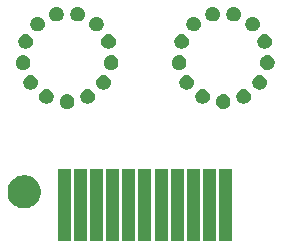
<source format=gbr>
G04 #@! TF.GenerationSoftware,KiCad,Pcbnew,(5.1.5)-3*
G04 #@! TF.CreationDate,2021-12-20T00:35:23-08:00*
G04 #@! TF.ProjectId,tube_holder,74756265-5f68-46f6-9c64-65722e6b6963,rev?*
G04 #@! TF.SameCoordinates,Original*
G04 #@! TF.FileFunction,Soldermask,Top*
G04 #@! TF.FilePolarity,Negative*
%FSLAX46Y46*%
G04 Gerber Fmt 4.6, Leading zero omitted, Abs format (unit mm)*
G04 Created by KiCad (PCBNEW (5.1.5)-3) date 2021-12-20 00:35:23*
%MOMM*%
%LPD*%
G04 APERTURE LIST*
%ADD10C,0.150000*%
G04 APERTURE END LIST*
D10*
G36*
X199797800Y-65193120D02*
G01*
X198695800Y-65193120D01*
X198695800Y-59091120D01*
X199797800Y-59091120D01*
X199797800Y-65193120D01*
G37*
G36*
X198427800Y-65193120D02*
G01*
X197325800Y-65193120D01*
X197325800Y-59091120D01*
X198427800Y-59091120D01*
X198427800Y-65193120D01*
G37*
G36*
X201167800Y-65193120D02*
G01*
X200065800Y-65193120D01*
X200065800Y-59091120D01*
X201167800Y-59091120D01*
X201167800Y-65193120D01*
G37*
G36*
X202537800Y-65193120D02*
G01*
X201435800Y-65193120D01*
X201435800Y-59091120D01*
X202537800Y-59091120D01*
X202537800Y-65193120D01*
G37*
G36*
X212127800Y-65193120D02*
G01*
X211025800Y-65193120D01*
X211025800Y-59091120D01*
X212127800Y-59091120D01*
X212127800Y-65193120D01*
G37*
G36*
X210757800Y-65193120D02*
G01*
X209655800Y-65193120D01*
X209655800Y-59091120D01*
X210757800Y-59091120D01*
X210757800Y-65193120D01*
G37*
G36*
X209387800Y-65193120D02*
G01*
X208285800Y-65193120D01*
X208285800Y-59091120D01*
X209387800Y-59091120D01*
X209387800Y-65193120D01*
G37*
G36*
X208017800Y-65193120D02*
G01*
X206915800Y-65193120D01*
X206915800Y-59091120D01*
X208017800Y-59091120D01*
X208017800Y-65193120D01*
G37*
G36*
X206647800Y-65193120D02*
G01*
X205545800Y-65193120D01*
X205545800Y-59091120D01*
X206647800Y-59091120D01*
X206647800Y-65193120D01*
G37*
G36*
X205277800Y-65193120D02*
G01*
X204175800Y-65193120D01*
X204175800Y-59091120D01*
X205277800Y-59091120D01*
X205277800Y-65193120D01*
G37*
G36*
X203907800Y-65193120D02*
G01*
X202805800Y-65193120D01*
X202805800Y-59091120D01*
X203907800Y-59091120D01*
X203907800Y-65193120D01*
G37*
G36*
X194818433Y-59634893D02*
G01*
X194908657Y-59652839D01*
X195014267Y-59696585D01*
X195163621Y-59758449D01*
X195163622Y-59758450D01*
X195393086Y-59911772D01*
X195588228Y-60106914D01*
X195690675Y-60260237D01*
X195741551Y-60336379D01*
X195847161Y-60591344D01*
X195901000Y-60862012D01*
X195901000Y-61137988D01*
X195847161Y-61408656D01*
X195741551Y-61663621D01*
X195741550Y-61663622D01*
X195588228Y-61893086D01*
X195393086Y-62088228D01*
X195239763Y-62190675D01*
X195163621Y-62241551D01*
X195014267Y-62303415D01*
X194908657Y-62347161D01*
X194818433Y-62365107D01*
X194637988Y-62401000D01*
X194362012Y-62401000D01*
X194181567Y-62365107D01*
X194091343Y-62347161D01*
X193985733Y-62303415D01*
X193836379Y-62241551D01*
X193760237Y-62190675D01*
X193606914Y-62088228D01*
X193411772Y-61893086D01*
X193258450Y-61663622D01*
X193258449Y-61663621D01*
X193152839Y-61408656D01*
X193099000Y-61137988D01*
X193099000Y-60862012D01*
X193152839Y-60591344D01*
X193258449Y-60336379D01*
X193309325Y-60260237D01*
X193411772Y-60106914D01*
X193606914Y-59911772D01*
X193836378Y-59758450D01*
X193836379Y-59758449D01*
X193985733Y-59696585D01*
X194091343Y-59652839D01*
X194181567Y-59634893D01*
X194362012Y-59599000D01*
X194637988Y-59599000D01*
X194818433Y-59634893D01*
G37*
G36*
X198310236Y-52770284D02*
G01*
X198423060Y-52817017D01*
X198423061Y-52817018D01*
X198524602Y-52884865D01*
X198610955Y-52971218D01*
X198627301Y-52995682D01*
X198678803Y-53072760D01*
X198725536Y-53185584D01*
X198749360Y-53305358D01*
X198749360Y-53427482D01*
X198725536Y-53547256D01*
X198678803Y-53660080D01*
X198678802Y-53660081D01*
X198610955Y-53761622D01*
X198524602Y-53847975D01*
X198473487Y-53882129D01*
X198423060Y-53915823D01*
X198310236Y-53962556D01*
X198190462Y-53986380D01*
X198068338Y-53986380D01*
X197948564Y-53962556D01*
X197835740Y-53915823D01*
X197785313Y-53882129D01*
X197734198Y-53847975D01*
X197647845Y-53761622D01*
X197579998Y-53660081D01*
X197579997Y-53660080D01*
X197533264Y-53547256D01*
X197509440Y-53427482D01*
X197509440Y-53305358D01*
X197533264Y-53185584D01*
X197579997Y-53072760D01*
X197631499Y-52995682D01*
X197647845Y-52971218D01*
X197734198Y-52884865D01*
X197835739Y-52817018D01*
X197835740Y-52817017D01*
X197948564Y-52770284D01*
X198068338Y-52746460D01*
X198190462Y-52746460D01*
X198310236Y-52770284D01*
G37*
G36*
X211530936Y-52770284D02*
G01*
X211643760Y-52817017D01*
X211643761Y-52817018D01*
X211745302Y-52884865D01*
X211831655Y-52971218D01*
X211848001Y-52995682D01*
X211899503Y-53072760D01*
X211946236Y-53185584D01*
X211970060Y-53305358D01*
X211970060Y-53427482D01*
X211946236Y-53547256D01*
X211899503Y-53660080D01*
X211899502Y-53660081D01*
X211831655Y-53761622D01*
X211745302Y-53847975D01*
X211694187Y-53882129D01*
X211643760Y-53915823D01*
X211530936Y-53962556D01*
X211411162Y-53986380D01*
X211289038Y-53986380D01*
X211169264Y-53962556D01*
X211056440Y-53915823D01*
X211006013Y-53882129D01*
X210954898Y-53847975D01*
X210868545Y-53761622D01*
X210800698Y-53660081D01*
X210800697Y-53660080D01*
X210753964Y-53547256D01*
X210730140Y-53427482D01*
X210730140Y-53305358D01*
X210753964Y-53185584D01*
X210800697Y-53072760D01*
X210852199Y-52995682D01*
X210868545Y-52971218D01*
X210954898Y-52884865D01*
X211056439Y-52817018D01*
X211056440Y-52817017D01*
X211169264Y-52770284D01*
X211289038Y-52746460D01*
X211411162Y-52746460D01*
X211530936Y-52770284D01*
G37*
G36*
X213273376Y-52338484D02*
G01*
X213386200Y-52385217D01*
X213386201Y-52385218D01*
X213487742Y-52453065D01*
X213574095Y-52539418D01*
X213574096Y-52539420D01*
X213641943Y-52640960D01*
X213688676Y-52753784D01*
X213712500Y-52873558D01*
X213712500Y-52995682D01*
X213688676Y-53115456D01*
X213641943Y-53228280D01*
X213641942Y-53228281D01*
X213574095Y-53329822D01*
X213487742Y-53416175D01*
X213436627Y-53450329D01*
X213386200Y-53484023D01*
X213273376Y-53530756D01*
X213153602Y-53554580D01*
X213031478Y-53554580D01*
X212911704Y-53530756D01*
X212798880Y-53484023D01*
X212748453Y-53450329D01*
X212697338Y-53416175D01*
X212610985Y-53329822D01*
X212543138Y-53228281D01*
X212543137Y-53228280D01*
X212496404Y-53115456D01*
X212472580Y-52995682D01*
X212472580Y-52873558D01*
X212496404Y-52753784D01*
X212543137Y-52640960D01*
X212610984Y-52539420D01*
X212610985Y-52539418D01*
X212697338Y-52453065D01*
X212798879Y-52385218D01*
X212798880Y-52385217D01*
X212911704Y-52338484D01*
X213031478Y-52314660D01*
X213153602Y-52314660D01*
X213273376Y-52338484D01*
G37*
G36*
X196567796Y-52338484D02*
G01*
X196680620Y-52385217D01*
X196680621Y-52385218D01*
X196782162Y-52453065D01*
X196868515Y-52539418D01*
X196868516Y-52539420D01*
X196936363Y-52640960D01*
X196983096Y-52753784D01*
X197006920Y-52873558D01*
X197006920Y-52995682D01*
X196983096Y-53115456D01*
X196936363Y-53228280D01*
X196936362Y-53228281D01*
X196868515Y-53329822D01*
X196782162Y-53416175D01*
X196731047Y-53450329D01*
X196680620Y-53484023D01*
X196567796Y-53530756D01*
X196448022Y-53554580D01*
X196325898Y-53554580D01*
X196206124Y-53530756D01*
X196093300Y-53484023D01*
X196042873Y-53450329D01*
X195991758Y-53416175D01*
X195905405Y-53329822D01*
X195837558Y-53228281D01*
X195837557Y-53228280D01*
X195790824Y-53115456D01*
X195767000Y-52995682D01*
X195767000Y-52873558D01*
X195790824Y-52753784D01*
X195837557Y-52640960D01*
X195905404Y-52539420D01*
X195905405Y-52539418D01*
X195991758Y-52453065D01*
X196093299Y-52385218D01*
X196093300Y-52385217D01*
X196206124Y-52338484D01*
X196325898Y-52314660D01*
X196448022Y-52314660D01*
X196567796Y-52338484D01*
G37*
G36*
X200052676Y-52338484D02*
G01*
X200165500Y-52385217D01*
X200165501Y-52385218D01*
X200267042Y-52453065D01*
X200353395Y-52539418D01*
X200353396Y-52539420D01*
X200421243Y-52640960D01*
X200467976Y-52753784D01*
X200491800Y-52873558D01*
X200491800Y-52995682D01*
X200467976Y-53115456D01*
X200421243Y-53228280D01*
X200421242Y-53228281D01*
X200353395Y-53329822D01*
X200267042Y-53416175D01*
X200215927Y-53450329D01*
X200165500Y-53484023D01*
X200052676Y-53530756D01*
X199932902Y-53554580D01*
X199810778Y-53554580D01*
X199691004Y-53530756D01*
X199578180Y-53484023D01*
X199527753Y-53450329D01*
X199476638Y-53416175D01*
X199390285Y-53329822D01*
X199322438Y-53228281D01*
X199322437Y-53228280D01*
X199275704Y-53115456D01*
X199251880Y-52995682D01*
X199251880Y-52873558D01*
X199275704Y-52753784D01*
X199322437Y-52640960D01*
X199390284Y-52539420D01*
X199390285Y-52539418D01*
X199476638Y-52453065D01*
X199578179Y-52385218D01*
X199578180Y-52385217D01*
X199691004Y-52338484D01*
X199810778Y-52314660D01*
X199932902Y-52314660D01*
X200052676Y-52338484D01*
G37*
G36*
X209788496Y-52338484D02*
G01*
X209901320Y-52385217D01*
X209901321Y-52385218D01*
X210002862Y-52453065D01*
X210089215Y-52539418D01*
X210089216Y-52539420D01*
X210157063Y-52640960D01*
X210203796Y-52753784D01*
X210227620Y-52873558D01*
X210227620Y-52995682D01*
X210203796Y-53115456D01*
X210157063Y-53228280D01*
X210157062Y-53228281D01*
X210089215Y-53329822D01*
X210002862Y-53416175D01*
X209951747Y-53450329D01*
X209901320Y-53484023D01*
X209788496Y-53530756D01*
X209668722Y-53554580D01*
X209546598Y-53554580D01*
X209426824Y-53530756D01*
X209314000Y-53484023D01*
X209263573Y-53450329D01*
X209212458Y-53416175D01*
X209126105Y-53329822D01*
X209058258Y-53228281D01*
X209058257Y-53228280D01*
X209011524Y-53115456D01*
X208987700Y-52995682D01*
X208987700Y-52873558D01*
X209011524Y-52753784D01*
X209058257Y-52640960D01*
X209126104Y-52539420D01*
X209126105Y-52539418D01*
X209212458Y-52453065D01*
X209313999Y-52385218D01*
X209314000Y-52385217D01*
X209426824Y-52338484D01*
X209546598Y-52314660D01*
X209668722Y-52314660D01*
X209788496Y-52338484D01*
G37*
G36*
X201398876Y-51147224D02*
G01*
X201511700Y-51193957D01*
X201511701Y-51193958D01*
X201613242Y-51261805D01*
X201699595Y-51348158D01*
X201699596Y-51348160D01*
X201767443Y-51449700D01*
X201814176Y-51562524D01*
X201838000Y-51682298D01*
X201838000Y-51804422D01*
X201814176Y-51924196D01*
X201767443Y-52037020D01*
X201767442Y-52037021D01*
X201699595Y-52138562D01*
X201613242Y-52224915D01*
X201562127Y-52259069D01*
X201511700Y-52292763D01*
X201398876Y-52339496D01*
X201279102Y-52363320D01*
X201156978Y-52363320D01*
X201037204Y-52339496D01*
X200924380Y-52292763D01*
X200873953Y-52259069D01*
X200822838Y-52224915D01*
X200736485Y-52138562D01*
X200668638Y-52037021D01*
X200668637Y-52037020D01*
X200621904Y-51924196D01*
X200598080Y-51804422D01*
X200598080Y-51682298D01*
X200621904Y-51562524D01*
X200668637Y-51449700D01*
X200736484Y-51348160D01*
X200736485Y-51348158D01*
X200822838Y-51261805D01*
X200924379Y-51193958D01*
X200924380Y-51193957D01*
X201037204Y-51147224D01*
X201156978Y-51123400D01*
X201279102Y-51123400D01*
X201398876Y-51147224D01*
G37*
G36*
X214619576Y-51147224D02*
G01*
X214732400Y-51193957D01*
X214732401Y-51193958D01*
X214833942Y-51261805D01*
X214920295Y-51348158D01*
X214920296Y-51348160D01*
X214988143Y-51449700D01*
X215034876Y-51562524D01*
X215058700Y-51682298D01*
X215058700Y-51804422D01*
X215034876Y-51924196D01*
X214988143Y-52037020D01*
X214988142Y-52037021D01*
X214920295Y-52138562D01*
X214833942Y-52224915D01*
X214782827Y-52259069D01*
X214732400Y-52292763D01*
X214619576Y-52339496D01*
X214499802Y-52363320D01*
X214377678Y-52363320D01*
X214257904Y-52339496D01*
X214145080Y-52292763D01*
X214094653Y-52259069D01*
X214043538Y-52224915D01*
X213957185Y-52138562D01*
X213889338Y-52037021D01*
X213889337Y-52037020D01*
X213842604Y-51924196D01*
X213818780Y-51804422D01*
X213818780Y-51682298D01*
X213842604Y-51562524D01*
X213889337Y-51449700D01*
X213957184Y-51348160D01*
X213957185Y-51348158D01*
X214043538Y-51261805D01*
X214145079Y-51193958D01*
X214145080Y-51193957D01*
X214257904Y-51147224D01*
X214377678Y-51123400D01*
X214499802Y-51123400D01*
X214619576Y-51147224D01*
G37*
G36*
X195221596Y-51147224D02*
G01*
X195334420Y-51193957D01*
X195334421Y-51193958D01*
X195435962Y-51261805D01*
X195522315Y-51348158D01*
X195522316Y-51348160D01*
X195590163Y-51449700D01*
X195636896Y-51562524D01*
X195660720Y-51682298D01*
X195660720Y-51804422D01*
X195636896Y-51924196D01*
X195590163Y-52037020D01*
X195590162Y-52037021D01*
X195522315Y-52138562D01*
X195435962Y-52224915D01*
X195384847Y-52259069D01*
X195334420Y-52292763D01*
X195221596Y-52339496D01*
X195101822Y-52363320D01*
X194979698Y-52363320D01*
X194859924Y-52339496D01*
X194747100Y-52292763D01*
X194696673Y-52259069D01*
X194645558Y-52224915D01*
X194559205Y-52138562D01*
X194491358Y-52037021D01*
X194491357Y-52037020D01*
X194444624Y-51924196D01*
X194420800Y-51804422D01*
X194420800Y-51682298D01*
X194444624Y-51562524D01*
X194491357Y-51449700D01*
X194559204Y-51348160D01*
X194559205Y-51348158D01*
X194645558Y-51261805D01*
X194747099Y-51193958D01*
X194747100Y-51193957D01*
X194859924Y-51147224D01*
X194979698Y-51123400D01*
X195101822Y-51123400D01*
X195221596Y-51147224D01*
G37*
G36*
X208442296Y-51147224D02*
G01*
X208555120Y-51193957D01*
X208555121Y-51193958D01*
X208656662Y-51261805D01*
X208743015Y-51348158D01*
X208743016Y-51348160D01*
X208810863Y-51449700D01*
X208857596Y-51562524D01*
X208881420Y-51682298D01*
X208881420Y-51804422D01*
X208857596Y-51924196D01*
X208810863Y-52037020D01*
X208810862Y-52037021D01*
X208743015Y-52138562D01*
X208656662Y-52224915D01*
X208605547Y-52259069D01*
X208555120Y-52292763D01*
X208442296Y-52339496D01*
X208322522Y-52363320D01*
X208200398Y-52363320D01*
X208080624Y-52339496D01*
X207967800Y-52292763D01*
X207917373Y-52259069D01*
X207866258Y-52224915D01*
X207779905Y-52138562D01*
X207712058Y-52037021D01*
X207712057Y-52037020D01*
X207665324Y-51924196D01*
X207641500Y-51804422D01*
X207641500Y-51682298D01*
X207665324Y-51562524D01*
X207712057Y-51449700D01*
X207779904Y-51348160D01*
X207779905Y-51348158D01*
X207866258Y-51261805D01*
X207967799Y-51193958D01*
X207967800Y-51193957D01*
X208080624Y-51147224D01*
X208200398Y-51123400D01*
X208322522Y-51123400D01*
X208442296Y-51147224D01*
G37*
G36*
X194584056Y-49468284D02*
G01*
X194696880Y-49515017D01*
X194696881Y-49515018D01*
X194798422Y-49582865D01*
X194884775Y-49669218D01*
X194884776Y-49669220D01*
X194952623Y-49770760D01*
X194999356Y-49883584D01*
X195023180Y-50003358D01*
X195023180Y-50125482D01*
X194999356Y-50245256D01*
X194952623Y-50358080D01*
X194952622Y-50358081D01*
X194884775Y-50459622D01*
X194798422Y-50545975D01*
X194747307Y-50580129D01*
X194696880Y-50613823D01*
X194584056Y-50660556D01*
X194464282Y-50684380D01*
X194342158Y-50684380D01*
X194222384Y-50660556D01*
X194109560Y-50613823D01*
X194059133Y-50580129D01*
X194008018Y-50545975D01*
X193921665Y-50459622D01*
X193853818Y-50358081D01*
X193853817Y-50358080D01*
X193807084Y-50245256D01*
X193783260Y-50125482D01*
X193783260Y-50003358D01*
X193807084Y-49883584D01*
X193853817Y-49770760D01*
X193921664Y-49669220D01*
X193921665Y-49669218D01*
X194008018Y-49582865D01*
X194109559Y-49515018D01*
X194109560Y-49515017D01*
X194222384Y-49468284D01*
X194342158Y-49444460D01*
X194464282Y-49444460D01*
X194584056Y-49468284D01*
G37*
G36*
X207804756Y-49468284D02*
G01*
X207917580Y-49515017D01*
X207917581Y-49515018D01*
X208019122Y-49582865D01*
X208105475Y-49669218D01*
X208105476Y-49669220D01*
X208173323Y-49770760D01*
X208220056Y-49883584D01*
X208243880Y-50003358D01*
X208243880Y-50125482D01*
X208220056Y-50245256D01*
X208173323Y-50358080D01*
X208173322Y-50358081D01*
X208105475Y-50459622D01*
X208019122Y-50545975D01*
X207968007Y-50580129D01*
X207917580Y-50613823D01*
X207804756Y-50660556D01*
X207684982Y-50684380D01*
X207562858Y-50684380D01*
X207443084Y-50660556D01*
X207330260Y-50613823D01*
X207279833Y-50580129D01*
X207228718Y-50545975D01*
X207142365Y-50459622D01*
X207074518Y-50358081D01*
X207074517Y-50358080D01*
X207027784Y-50245256D01*
X207003960Y-50125482D01*
X207003960Y-50003358D01*
X207027784Y-49883584D01*
X207074517Y-49770760D01*
X207142364Y-49669220D01*
X207142365Y-49669218D01*
X207228718Y-49582865D01*
X207330259Y-49515018D01*
X207330260Y-49515017D01*
X207443084Y-49468284D01*
X207562858Y-49444460D01*
X207684982Y-49444460D01*
X207804756Y-49468284D01*
G37*
G36*
X215257116Y-49468284D02*
G01*
X215369940Y-49515017D01*
X215369941Y-49515018D01*
X215471482Y-49582865D01*
X215557835Y-49669218D01*
X215557836Y-49669220D01*
X215625683Y-49770760D01*
X215672416Y-49883584D01*
X215696240Y-50003358D01*
X215696240Y-50125482D01*
X215672416Y-50245256D01*
X215625683Y-50358080D01*
X215625682Y-50358081D01*
X215557835Y-50459622D01*
X215471482Y-50545975D01*
X215420367Y-50580129D01*
X215369940Y-50613823D01*
X215257116Y-50660556D01*
X215137342Y-50684380D01*
X215015218Y-50684380D01*
X214895444Y-50660556D01*
X214782620Y-50613823D01*
X214732193Y-50580129D01*
X214681078Y-50545975D01*
X214594725Y-50459622D01*
X214526878Y-50358081D01*
X214526877Y-50358080D01*
X214480144Y-50245256D01*
X214456320Y-50125482D01*
X214456320Y-50003358D01*
X214480144Y-49883584D01*
X214526877Y-49770760D01*
X214594724Y-49669220D01*
X214594725Y-49669218D01*
X214681078Y-49582865D01*
X214782619Y-49515018D01*
X214782620Y-49515017D01*
X214895444Y-49468284D01*
X215015218Y-49444460D01*
X215137342Y-49444460D01*
X215257116Y-49468284D01*
G37*
G36*
X202036416Y-49468284D02*
G01*
X202149240Y-49515017D01*
X202149241Y-49515018D01*
X202250782Y-49582865D01*
X202337135Y-49669218D01*
X202337136Y-49669220D01*
X202404983Y-49770760D01*
X202451716Y-49883584D01*
X202475540Y-50003358D01*
X202475540Y-50125482D01*
X202451716Y-50245256D01*
X202404983Y-50358080D01*
X202404982Y-50358081D01*
X202337135Y-50459622D01*
X202250782Y-50545975D01*
X202199667Y-50580129D01*
X202149240Y-50613823D01*
X202036416Y-50660556D01*
X201916642Y-50684380D01*
X201794518Y-50684380D01*
X201674744Y-50660556D01*
X201561920Y-50613823D01*
X201511493Y-50580129D01*
X201460378Y-50545975D01*
X201374025Y-50459622D01*
X201306178Y-50358081D01*
X201306177Y-50358080D01*
X201259444Y-50245256D01*
X201235620Y-50125482D01*
X201235620Y-50003358D01*
X201259444Y-49883584D01*
X201306177Y-49770760D01*
X201374024Y-49669220D01*
X201374025Y-49669218D01*
X201460378Y-49582865D01*
X201561919Y-49515018D01*
X201561920Y-49515017D01*
X201674744Y-49468284D01*
X201794518Y-49444460D01*
X201916642Y-49444460D01*
X202036416Y-49468284D01*
G37*
G36*
X215041216Y-47685204D02*
G01*
X215154040Y-47731937D01*
X215154041Y-47731938D01*
X215255582Y-47799785D01*
X215341935Y-47886138D01*
X215341936Y-47886140D01*
X215409783Y-47987680D01*
X215456516Y-48100504D01*
X215480340Y-48220278D01*
X215480340Y-48342402D01*
X215456516Y-48462176D01*
X215409783Y-48575000D01*
X215409782Y-48575001D01*
X215341935Y-48676542D01*
X215255582Y-48762895D01*
X215204467Y-48797049D01*
X215154040Y-48830743D01*
X215041216Y-48877476D01*
X214921442Y-48901300D01*
X214799318Y-48901300D01*
X214679544Y-48877476D01*
X214566720Y-48830743D01*
X214516293Y-48797049D01*
X214465178Y-48762895D01*
X214378825Y-48676542D01*
X214310978Y-48575001D01*
X214310977Y-48575000D01*
X214264244Y-48462176D01*
X214240420Y-48342402D01*
X214240420Y-48220278D01*
X214264244Y-48100504D01*
X214310977Y-47987680D01*
X214378824Y-47886140D01*
X214378825Y-47886138D01*
X214465178Y-47799785D01*
X214566719Y-47731938D01*
X214566720Y-47731937D01*
X214679544Y-47685204D01*
X214799318Y-47661380D01*
X214921442Y-47661380D01*
X215041216Y-47685204D01*
G37*
G36*
X208020656Y-47685204D02*
G01*
X208133480Y-47731937D01*
X208133481Y-47731938D01*
X208235022Y-47799785D01*
X208321375Y-47886138D01*
X208321376Y-47886140D01*
X208389223Y-47987680D01*
X208435956Y-48100504D01*
X208459780Y-48220278D01*
X208459780Y-48342402D01*
X208435956Y-48462176D01*
X208389223Y-48575000D01*
X208389222Y-48575001D01*
X208321375Y-48676542D01*
X208235022Y-48762895D01*
X208183907Y-48797049D01*
X208133480Y-48830743D01*
X208020656Y-48877476D01*
X207900882Y-48901300D01*
X207778758Y-48901300D01*
X207658984Y-48877476D01*
X207546160Y-48830743D01*
X207495733Y-48797049D01*
X207444618Y-48762895D01*
X207358265Y-48676542D01*
X207290418Y-48575001D01*
X207290417Y-48575000D01*
X207243684Y-48462176D01*
X207219860Y-48342402D01*
X207219860Y-48220278D01*
X207243684Y-48100504D01*
X207290417Y-47987680D01*
X207358264Y-47886140D01*
X207358265Y-47886138D01*
X207444618Y-47799785D01*
X207546159Y-47731938D01*
X207546160Y-47731937D01*
X207658984Y-47685204D01*
X207778758Y-47661380D01*
X207900882Y-47661380D01*
X208020656Y-47685204D01*
G37*
G36*
X194799956Y-47685204D02*
G01*
X194912780Y-47731937D01*
X194912781Y-47731938D01*
X195014322Y-47799785D01*
X195100675Y-47886138D01*
X195100676Y-47886140D01*
X195168523Y-47987680D01*
X195215256Y-48100504D01*
X195239080Y-48220278D01*
X195239080Y-48342402D01*
X195215256Y-48462176D01*
X195168523Y-48575000D01*
X195168522Y-48575001D01*
X195100675Y-48676542D01*
X195014322Y-48762895D01*
X194963207Y-48797049D01*
X194912780Y-48830743D01*
X194799956Y-48877476D01*
X194680182Y-48901300D01*
X194558058Y-48901300D01*
X194438284Y-48877476D01*
X194325460Y-48830743D01*
X194275033Y-48797049D01*
X194223918Y-48762895D01*
X194137565Y-48676542D01*
X194069718Y-48575001D01*
X194069717Y-48575000D01*
X194022984Y-48462176D01*
X193999160Y-48342402D01*
X193999160Y-48220278D01*
X194022984Y-48100504D01*
X194069717Y-47987680D01*
X194137564Y-47886140D01*
X194137565Y-47886138D01*
X194223918Y-47799785D01*
X194325459Y-47731938D01*
X194325460Y-47731937D01*
X194438284Y-47685204D01*
X194558058Y-47661380D01*
X194680182Y-47661380D01*
X194799956Y-47685204D01*
G37*
G36*
X201820516Y-47685204D02*
G01*
X201933340Y-47731937D01*
X201933341Y-47731938D01*
X202034882Y-47799785D01*
X202121235Y-47886138D01*
X202121236Y-47886140D01*
X202189083Y-47987680D01*
X202235816Y-48100504D01*
X202259640Y-48220278D01*
X202259640Y-48342402D01*
X202235816Y-48462176D01*
X202189083Y-48575000D01*
X202189082Y-48575001D01*
X202121235Y-48676542D01*
X202034882Y-48762895D01*
X201983767Y-48797049D01*
X201933340Y-48830743D01*
X201820516Y-48877476D01*
X201700742Y-48901300D01*
X201578618Y-48901300D01*
X201458844Y-48877476D01*
X201346020Y-48830743D01*
X201295593Y-48797049D01*
X201244478Y-48762895D01*
X201158125Y-48676542D01*
X201090278Y-48575001D01*
X201090277Y-48575000D01*
X201043544Y-48462176D01*
X201019720Y-48342402D01*
X201019720Y-48220278D01*
X201043544Y-48100504D01*
X201090277Y-47987680D01*
X201158124Y-47886140D01*
X201158125Y-47886138D01*
X201244478Y-47799785D01*
X201346019Y-47731938D01*
X201346020Y-47731937D01*
X201458844Y-47685204D01*
X201578618Y-47661380D01*
X201700742Y-47661380D01*
X201820516Y-47685204D01*
G37*
G36*
X195821036Y-46206924D02*
G01*
X195933860Y-46253657D01*
X195984287Y-46287351D01*
X196035402Y-46321505D01*
X196121755Y-46407858D01*
X196121756Y-46407860D01*
X196189603Y-46509400D01*
X196236336Y-46622224D01*
X196260160Y-46741998D01*
X196260160Y-46864122D01*
X196236336Y-46983896D01*
X196189603Y-47096720D01*
X196189602Y-47096721D01*
X196121755Y-47198262D01*
X196035402Y-47284615D01*
X195984287Y-47318769D01*
X195933860Y-47352463D01*
X195821036Y-47399196D01*
X195701262Y-47423020D01*
X195579138Y-47423020D01*
X195459364Y-47399196D01*
X195346540Y-47352463D01*
X195296113Y-47318769D01*
X195244998Y-47284615D01*
X195158645Y-47198262D01*
X195090798Y-47096721D01*
X195090797Y-47096720D01*
X195044064Y-46983896D01*
X195020240Y-46864122D01*
X195020240Y-46741998D01*
X195044064Y-46622224D01*
X195090797Y-46509400D01*
X195158644Y-46407860D01*
X195158645Y-46407858D01*
X195244998Y-46321505D01*
X195296113Y-46287351D01*
X195346540Y-46253657D01*
X195459364Y-46206924D01*
X195579138Y-46183100D01*
X195701262Y-46183100D01*
X195821036Y-46206924D01*
G37*
G36*
X209041736Y-46206924D02*
G01*
X209154560Y-46253657D01*
X209204987Y-46287351D01*
X209256102Y-46321505D01*
X209342455Y-46407858D01*
X209342456Y-46407860D01*
X209410303Y-46509400D01*
X209457036Y-46622224D01*
X209480860Y-46741998D01*
X209480860Y-46864122D01*
X209457036Y-46983896D01*
X209410303Y-47096720D01*
X209410302Y-47096721D01*
X209342455Y-47198262D01*
X209256102Y-47284615D01*
X209204987Y-47318769D01*
X209154560Y-47352463D01*
X209041736Y-47399196D01*
X208921962Y-47423020D01*
X208799838Y-47423020D01*
X208680064Y-47399196D01*
X208567240Y-47352463D01*
X208516813Y-47318769D01*
X208465698Y-47284615D01*
X208379345Y-47198262D01*
X208311498Y-47096721D01*
X208311497Y-47096720D01*
X208264764Y-46983896D01*
X208240940Y-46864122D01*
X208240940Y-46741998D01*
X208264764Y-46622224D01*
X208311497Y-46509400D01*
X208379344Y-46407860D01*
X208379345Y-46407858D01*
X208465698Y-46321505D01*
X208516813Y-46287351D01*
X208567240Y-46253657D01*
X208680064Y-46206924D01*
X208799838Y-46183100D01*
X208921962Y-46183100D01*
X209041736Y-46206924D01*
G37*
G36*
X214020136Y-46206924D02*
G01*
X214132960Y-46253657D01*
X214183387Y-46287351D01*
X214234502Y-46321505D01*
X214320855Y-46407858D01*
X214320856Y-46407860D01*
X214388703Y-46509400D01*
X214435436Y-46622224D01*
X214459260Y-46741998D01*
X214459260Y-46864122D01*
X214435436Y-46983896D01*
X214388703Y-47096720D01*
X214388702Y-47096721D01*
X214320855Y-47198262D01*
X214234502Y-47284615D01*
X214183387Y-47318769D01*
X214132960Y-47352463D01*
X214020136Y-47399196D01*
X213900362Y-47423020D01*
X213778238Y-47423020D01*
X213658464Y-47399196D01*
X213545640Y-47352463D01*
X213495213Y-47318769D01*
X213444098Y-47284615D01*
X213357745Y-47198262D01*
X213289898Y-47096721D01*
X213289897Y-47096720D01*
X213243164Y-46983896D01*
X213219340Y-46864122D01*
X213219340Y-46741998D01*
X213243164Y-46622224D01*
X213289897Y-46509400D01*
X213357744Y-46407860D01*
X213357745Y-46407858D01*
X213444098Y-46321505D01*
X213495213Y-46287351D01*
X213545640Y-46253657D01*
X213658464Y-46206924D01*
X213778238Y-46183100D01*
X213900362Y-46183100D01*
X214020136Y-46206924D01*
G37*
G36*
X200799436Y-46206924D02*
G01*
X200912260Y-46253657D01*
X200962687Y-46287351D01*
X201013802Y-46321505D01*
X201100155Y-46407858D01*
X201100156Y-46407860D01*
X201168003Y-46509400D01*
X201214736Y-46622224D01*
X201238560Y-46741998D01*
X201238560Y-46864122D01*
X201214736Y-46983896D01*
X201168003Y-47096720D01*
X201168002Y-47096721D01*
X201100155Y-47198262D01*
X201013802Y-47284615D01*
X200962687Y-47318769D01*
X200912260Y-47352463D01*
X200799436Y-47399196D01*
X200679662Y-47423020D01*
X200557538Y-47423020D01*
X200437764Y-47399196D01*
X200324940Y-47352463D01*
X200274513Y-47318769D01*
X200223398Y-47284615D01*
X200137045Y-47198262D01*
X200069198Y-47096721D01*
X200069197Y-47096720D01*
X200022464Y-46983896D01*
X199998640Y-46864122D01*
X199998640Y-46741998D01*
X200022464Y-46622224D01*
X200069197Y-46509400D01*
X200137044Y-46407860D01*
X200137045Y-46407858D01*
X200223398Y-46321505D01*
X200274513Y-46287351D01*
X200324940Y-46253657D01*
X200437764Y-46206924D01*
X200557538Y-46183100D01*
X200679662Y-46183100D01*
X200799436Y-46206924D01*
G37*
G36*
X197413616Y-45371264D02*
G01*
X197526440Y-45417997D01*
X197526441Y-45417998D01*
X197627982Y-45485845D01*
X197714335Y-45572198D01*
X197714336Y-45572200D01*
X197782183Y-45673740D01*
X197828916Y-45786564D01*
X197852740Y-45906338D01*
X197852740Y-46028462D01*
X197828916Y-46148236D01*
X197782183Y-46261060D01*
X197782182Y-46261061D01*
X197714335Y-46362602D01*
X197627982Y-46448955D01*
X197576867Y-46483109D01*
X197526440Y-46516803D01*
X197413616Y-46563536D01*
X197293842Y-46587360D01*
X197171718Y-46587360D01*
X197051944Y-46563536D01*
X196939120Y-46516803D01*
X196888693Y-46483109D01*
X196837578Y-46448955D01*
X196751225Y-46362602D01*
X196683378Y-46261061D01*
X196683377Y-46261060D01*
X196636644Y-46148236D01*
X196612820Y-46028462D01*
X196612820Y-45906338D01*
X196636644Y-45786564D01*
X196683377Y-45673740D01*
X196751224Y-45572200D01*
X196751225Y-45572198D01*
X196837578Y-45485845D01*
X196939119Y-45417998D01*
X196939120Y-45417997D01*
X197051944Y-45371264D01*
X197171718Y-45347440D01*
X197293842Y-45347440D01*
X197413616Y-45371264D01*
G37*
G36*
X199206856Y-45371264D02*
G01*
X199319680Y-45417997D01*
X199319681Y-45417998D01*
X199421222Y-45485845D01*
X199507575Y-45572198D01*
X199507576Y-45572200D01*
X199575423Y-45673740D01*
X199622156Y-45786564D01*
X199645980Y-45906338D01*
X199645980Y-46028462D01*
X199622156Y-46148236D01*
X199575423Y-46261060D01*
X199575422Y-46261061D01*
X199507575Y-46362602D01*
X199421222Y-46448955D01*
X199370107Y-46483109D01*
X199319680Y-46516803D01*
X199206856Y-46563536D01*
X199087082Y-46587360D01*
X198964958Y-46587360D01*
X198845184Y-46563536D01*
X198732360Y-46516803D01*
X198681933Y-46483109D01*
X198630818Y-46448955D01*
X198544465Y-46362602D01*
X198476618Y-46261061D01*
X198476617Y-46261060D01*
X198429884Y-46148236D01*
X198406060Y-46028462D01*
X198406060Y-45906338D01*
X198429884Y-45786564D01*
X198476617Y-45673740D01*
X198544464Y-45572200D01*
X198544465Y-45572198D01*
X198630818Y-45485845D01*
X198732359Y-45417998D01*
X198732360Y-45417997D01*
X198845184Y-45371264D01*
X198964958Y-45347440D01*
X199087082Y-45347440D01*
X199206856Y-45371264D01*
G37*
G36*
X210634316Y-45371264D02*
G01*
X210747140Y-45417997D01*
X210747141Y-45417998D01*
X210848682Y-45485845D01*
X210935035Y-45572198D01*
X210935036Y-45572200D01*
X211002883Y-45673740D01*
X211049616Y-45786564D01*
X211073440Y-45906338D01*
X211073440Y-46028462D01*
X211049616Y-46148236D01*
X211002883Y-46261060D01*
X211002882Y-46261061D01*
X210935035Y-46362602D01*
X210848682Y-46448955D01*
X210797567Y-46483109D01*
X210747140Y-46516803D01*
X210634316Y-46563536D01*
X210514542Y-46587360D01*
X210392418Y-46587360D01*
X210272644Y-46563536D01*
X210159820Y-46516803D01*
X210109393Y-46483109D01*
X210058278Y-46448955D01*
X209971925Y-46362602D01*
X209904078Y-46261061D01*
X209904077Y-46261060D01*
X209857344Y-46148236D01*
X209833520Y-46028462D01*
X209833520Y-45906338D01*
X209857344Y-45786564D01*
X209904077Y-45673740D01*
X209971924Y-45572200D01*
X209971925Y-45572198D01*
X210058278Y-45485845D01*
X210159819Y-45417998D01*
X210159820Y-45417997D01*
X210272644Y-45371264D01*
X210392418Y-45347440D01*
X210514542Y-45347440D01*
X210634316Y-45371264D01*
G37*
G36*
X212427556Y-45371264D02*
G01*
X212540380Y-45417997D01*
X212540381Y-45417998D01*
X212641922Y-45485845D01*
X212728275Y-45572198D01*
X212728276Y-45572200D01*
X212796123Y-45673740D01*
X212842856Y-45786564D01*
X212866680Y-45906338D01*
X212866680Y-46028462D01*
X212842856Y-46148236D01*
X212796123Y-46261060D01*
X212796122Y-46261061D01*
X212728275Y-46362602D01*
X212641922Y-46448955D01*
X212590807Y-46483109D01*
X212540380Y-46516803D01*
X212427556Y-46563536D01*
X212307782Y-46587360D01*
X212185658Y-46587360D01*
X212065884Y-46563536D01*
X211953060Y-46516803D01*
X211902633Y-46483109D01*
X211851518Y-46448955D01*
X211765165Y-46362602D01*
X211697318Y-46261061D01*
X211697317Y-46261060D01*
X211650584Y-46148236D01*
X211626760Y-46028462D01*
X211626760Y-45906338D01*
X211650584Y-45786564D01*
X211697317Y-45673740D01*
X211765164Y-45572200D01*
X211765165Y-45572198D01*
X211851518Y-45485845D01*
X211953059Y-45417998D01*
X211953060Y-45417997D01*
X212065884Y-45371264D01*
X212185658Y-45347440D01*
X212307782Y-45347440D01*
X212427556Y-45371264D01*
G37*
M02*

</source>
